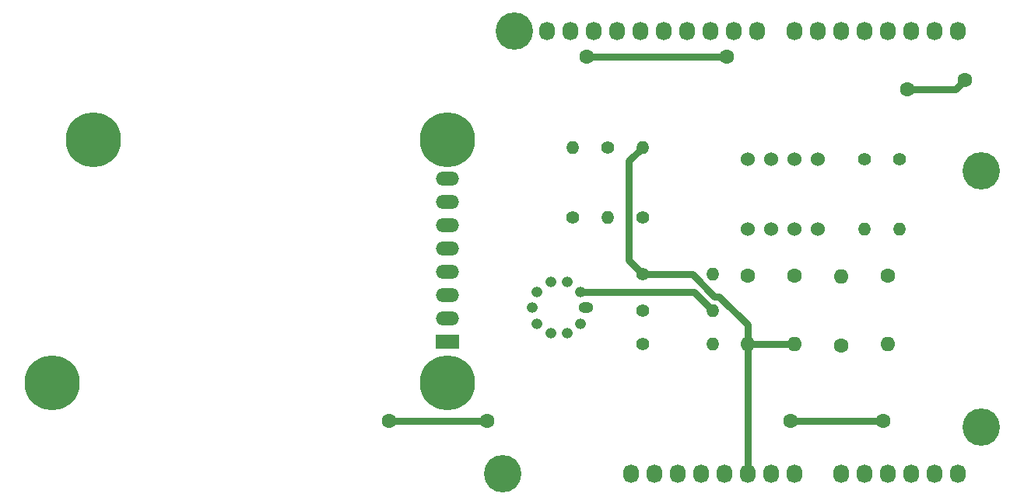
<source format=gbr>
%TF.GenerationSoftware,KiCad,Pcbnew,(5.0.2)-1*%
%TF.CreationDate,2021-01-25T23:17:42+01:00*%
%TF.ProjectId,GasSensor,47617353-656e-4736-9f72-2e6b69636164,rev?*%
%TF.SameCoordinates,Original*%
%TF.FileFunction,Copper,L1,Top*%
%TF.FilePolarity,Positive*%
%FSLAX46Y46*%
G04 Gerber Fmt 4.6, Leading zero omitted, Abs format (unit mm)*
G04 Created by KiCad (PCBNEW (5.0.2)-1) date 25/01/2021 23:17:42*
%MOMM*%
%LPD*%
G01*
G04 APERTURE LIST*
%TA.AperFunction,ComponentPad*%
%ADD10O,1.400000X1.400000*%
%TD*%
%TA.AperFunction,ComponentPad*%
%ADD11C,1.400000*%
%TD*%
%TA.AperFunction,ComponentPad*%
%ADD12O,1.600000X1.600000*%
%TD*%
%TA.AperFunction,ComponentPad*%
%ADD13C,1.600000*%
%TD*%
%TA.AperFunction,WasherPad*%
%ADD14C,6.000000*%
%TD*%
%TA.AperFunction,ComponentPad*%
%ADD15O,2.524000X1.524000*%
%TD*%
%TA.AperFunction,ComponentPad*%
%ADD16R,2.524000X1.524000*%
%TD*%
%TA.AperFunction,ComponentPad*%
%ADD17C,1.524000*%
%TD*%
%TA.AperFunction,ComponentPad*%
%ADD18O,1.600000X1.200000*%
%TD*%
%TA.AperFunction,ComponentPad*%
%ADD19O,1.200000X1.200000*%
%TD*%
%TA.AperFunction,ComponentPad*%
%ADD20O,1.727200X2.032000*%
%TD*%
%TA.AperFunction,ComponentPad*%
%ADD21C,4.064000*%
%TD*%
%TA.AperFunction,ViaPad*%
%ADD22C,1.600000*%
%TD*%
%TA.AperFunction,Conductor*%
%ADD23C,0.800000*%
%TD*%
G04 APERTURE END LIST*
D10*
%TO.P,R9,2*%
%TO.N,Net-(GasSensor1-Pad3)*%
X147828000Y-102108000D03*
D11*
%TO.P,R9,1*%
%TO.N,GND*%
X140208000Y-102108000D03*
%TD*%
D10*
%TO.P,R8,2*%
%TO.N,/Vin*%
X147828000Y-106045000D03*
D11*
%TO.P,R8,1*%
%TO.N,Net-(GasSensor1-Pad3)*%
X140208000Y-106045000D03*
%TD*%
D10*
%TO.P,R7,2*%
%TO.N,+5V*%
X147828000Y-109728000D03*
D11*
%TO.P,R7,1*%
%TO.N,Net-(GasSensor1-Pad1)*%
X140208000Y-109728000D03*
%TD*%
D12*
%TO.P,C1,2*%
%TO.N,GND*%
X151638000Y-109735000D03*
D13*
%TO.P,C1,1*%
%TO.N,Net-(C1-Pad1)*%
X151638000Y-102235000D03*
%TD*%
D12*
%TO.P,C3,2*%
%TO.N,GND*%
X156718000Y-109735000D03*
D13*
%TO.P,C3,1*%
%TO.N,+5V*%
X156718000Y-102235000D03*
%TD*%
D12*
%TO.P,C4,2*%
%TO.N,Net-(C4-Pad2)*%
X166878000Y-109735000D03*
D13*
%TO.P,C4,1*%
%TO.N,Net-(C4-Pad1)*%
X166878000Y-102235000D03*
%TD*%
D12*
%TO.P,C2,2*%
%TO.N,GND*%
X161798000Y-102355000D03*
D13*
%TO.P,C2,1*%
%TO.N,A0*%
X161798000Y-109855000D03*
%TD*%
D14*
%TO.P,U2,*%
%TO.N,*%
X80428000Y-87475000D03*
X75928000Y-113975000D03*
X118928000Y-87475000D03*
X118928000Y-113975000D03*
D15*
%TO.P,U2,8*%
%TO.N,GND*%
X118928000Y-91695000D03*
%TO.P,U2,7*%
%TO.N,Net-(U2-Pad7)*%
X118928000Y-94235000D03*
%TO.P,U2,6*%
%TO.N,+3V3*%
X118928000Y-96775000D03*
%TO.P,U2,5*%
%TO.N,RST*%
X118928000Y-99315000D03*
%TO.P,U2,4*%
%TO.N,Net-(U2-Pad4)*%
X118928000Y-101855000D03*
%TO.P,U2,3*%
%TO.N,Net-(U2-Pad3)*%
X118928000Y-104395000D03*
%TO.P,U2,2*%
%TO.N,RX*%
X118928000Y-106935000D03*
D16*
%TO.P,U2,1*%
%TO.N,TX*%
X118928000Y-109475000D03*
%TD*%
D17*
%TO.P,U1,8*%
%TO.N,Net-(U1-Pad8)*%
X159258000Y-97155000D03*
%TO.P,U1,7*%
%TO.N,+5V*%
X156718000Y-97155000D03*
%TO.P,U1,6*%
%TO.N,Net-(C4-Pad2)*%
X154178000Y-97155000D03*
%TO.P,U1,5*%
%TO.N,Net-(U1-Pad5)*%
X151638000Y-97155000D03*
%TO.P,U1,4*%
%TO.N,GND*%
X151638000Y-89535000D03*
%TO.P,U1,3*%
%TO.N,Net-(C1-Pad1)*%
X154178000Y-89535000D03*
%TO.P,U1,2*%
%TO.N,Net-(C4-Pad1)*%
X156718000Y-89535000D03*
%TO.P,U1,1*%
%TO.N,Net-(U1-Pad1)*%
X159258000Y-89535000D03*
%TD*%
D10*
%TO.P,R6,2*%
%TO.N,A0*%
X164338000Y-97155000D03*
D11*
%TO.P,R6,1*%
%TO.N,Net-(C4-Pad2)*%
X164338000Y-89535000D03*
%TD*%
D10*
%TO.P,R5,2*%
%TO.N,Net-(C1-Pad1)*%
X132588000Y-88265000D03*
D11*
%TO.P,R5,1*%
%TO.N,Isensor*%
X132588000Y-95885000D03*
%TD*%
D10*
%TO.P,R3,2*%
%TO.N,Net-(C4-Pad2)*%
X168148000Y-97155000D03*
D11*
%TO.P,R3,1*%
%TO.N,Net-(C4-Pad1)*%
X168148000Y-89535000D03*
%TD*%
D10*
%TO.P,R2,2*%
%TO.N,GND*%
X140208000Y-88265000D03*
D11*
%TO.P,R2,1*%
%TO.N,Net-(C1-Pad1)*%
X140208000Y-95885000D03*
%TD*%
D10*
%TO.P,R1,2*%
%TO.N,GND*%
X136398000Y-95885000D03*
D11*
%TO.P,R1,1*%
%TO.N,Net-(C1-Pad1)*%
X136398000Y-88265000D03*
%TD*%
D18*
%TO.P,GasSensor1,1*%
%TO.N,Net-(GasSensor1-Pad1)*%
X133998000Y-105765000D03*
D19*
%TO.P,GasSensor1,2*%
%TO.N,/Vin*%
X133440330Y-104048667D03*
%TO.P,GasSensor1,3*%
%TO.N,Net-(GasSensor1-Pad3)*%
X131980330Y-102987915D03*
%TO.P,GasSensor1,4*%
%TO.N,Isensor*%
X130175670Y-102987915D03*
%TO.P,GasSensor1,5*%
%TO.N,GND*%
X128715670Y-104048667D03*
%TO.P,GasSensor1,6*%
X128158000Y-105765000D03*
%TO.P,GasSensor1,7*%
%TO.N,Net-(GasSensor1-Pad7)*%
X128715670Y-107481333D03*
%TO.P,GasSensor1,8*%
%TO.N,GND*%
X130175670Y-108542085D03*
%TO.P,GasSensor1,9*%
%TO.N,Net-(GasSensor1-Pad9)*%
X131980330Y-108542085D03*
%TO.P,GasSensor1,10*%
%TO.N,GND*%
X133440330Y-107481333D03*
%TD*%
D20*
%TO.P,P1,1*%
%TO.N,Net-(P1-Pad1)*%
X138938000Y-123825000D03*
%TO.P,P1,2*%
%TO.N,/IOREF*%
X141478000Y-123825000D03*
%TO.P,P1,3*%
%TO.N,/Reset*%
X144018000Y-123825000D03*
%TO.P,P1,4*%
%TO.N,+3V3*%
X146558000Y-123825000D03*
%TO.P,P1,5*%
%TO.N,+5V*%
X149098000Y-123825000D03*
%TO.P,P1,6*%
%TO.N,GND*%
X151638000Y-123825000D03*
%TO.P,P1,7*%
X154178000Y-123825000D03*
%TO.P,P1,8*%
%TO.N,/Vin*%
X156718000Y-123825000D03*
%TD*%
%TO.P,P2,1*%
%TO.N,A0*%
X161798000Y-123825000D03*
%TO.P,P2,2*%
%TO.N,/A1*%
X164338000Y-123825000D03*
%TO.P,P2,3*%
%TO.N,/A2*%
X166878000Y-123825000D03*
%TO.P,P2,4*%
%TO.N,/A3*%
X169418000Y-123825000D03*
%TO.P,P2,5*%
%TO.N,/A4(SDA)*%
X171958000Y-123825000D03*
%TO.P,P2,6*%
%TO.N,/A5(SCL)*%
X174498000Y-123825000D03*
%TD*%
%TO.P,P3,1*%
%TO.N,/A5(SCL)*%
X129794000Y-75565000D03*
%TO.P,P3,2*%
%TO.N,/A4(SDA)*%
X132334000Y-75565000D03*
%TO.P,P3,3*%
%TO.N,/AREF*%
X134874000Y-75565000D03*
%TO.P,P3,4*%
%TO.N,GND*%
X137414000Y-75565000D03*
%TO.P,P3,5*%
%TO.N,/13(SCK)*%
X139954000Y-75565000D03*
%TO.P,P3,6*%
%TO.N,RST*%
X142494000Y-75565000D03*
%TO.P,P3,7*%
%TO.N,RX*%
X145034000Y-75565000D03*
%TO.P,P3,8*%
%TO.N,TX*%
X147574000Y-75565000D03*
%TO.P,P3,9*%
%TO.N,/9(\002A\002A)*%
X150114000Y-75565000D03*
%TO.P,P3,10*%
%TO.N,/8*%
X152654000Y-75565000D03*
%TD*%
%TO.P,P4,1*%
%TO.N,/7*%
X156718000Y-75565000D03*
%TO.P,P4,2*%
%TO.N,/6(\002A\002A)*%
X159258000Y-75565000D03*
%TO.P,P4,3*%
%TO.N,/5(\002A\002A)*%
X161798000Y-75565000D03*
%TO.P,P4,4*%
%TO.N,/4*%
X164338000Y-75565000D03*
%TO.P,P4,5*%
%TO.N,/3(\002A\002A)*%
X166878000Y-75565000D03*
%TO.P,P4,6*%
%TO.N,/2*%
X169418000Y-75565000D03*
%TO.P,P4,7*%
%TO.N,/1(Tx)*%
X171958000Y-75565000D03*
%TO.P,P4,8*%
%TO.N,/0(Rx)*%
X174498000Y-75565000D03*
%TD*%
D21*
%TO.P,P5,1*%
%TO.N,Net-(P5-Pad1)*%
X124968000Y-123825000D03*
%TD*%
%TO.P,P6,1*%
%TO.N,Net-(P6-Pad1)*%
X177038000Y-118745000D03*
%TD*%
%TO.P,P7,1*%
%TO.N,Net-(P7-Pad1)*%
X126238000Y-75565000D03*
%TD*%
%TO.P,P8,1*%
%TO.N,Net-(P8-Pad1)*%
X177038000Y-90805000D03*
%TD*%
D22*
%TO.N,GND*%
X169037000Y-81915000D03*
X175260000Y-80899000D03*
%TO.N,/A4(SDA)*%
X149352000Y-78359000D03*
X134112000Y-78359000D03*
%TO.N,/A5(SCL)*%
X156298000Y-118065000D03*
X166370000Y-118110000D03*
X112649000Y-118110000D03*
X123235000Y-118065000D03*
%TD*%
D23*
%TO.N,GND*%
X151638000Y-109735000D02*
X156718000Y-109735000D01*
X151638000Y-109735000D02*
X151638000Y-123825000D01*
X138707999Y-89765001D02*
X138707999Y-100607999D01*
X138707999Y-100607999D02*
X140208000Y-102108000D01*
X140208000Y-88265000D02*
X138707999Y-89765001D01*
X151638000Y-107634998D02*
X151638000Y-109735000D01*
X148025069Y-104544999D02*
X148548001Y-104544999D01*
X145588070Y-102108000D02*
X148025069Y-104544999D01*
X148548001Y-104544999D02*
X151638000Y-107634998D01*
X140208000Y-102108000D02*
X145588070Y-102108000D01*
X174244000Y-81915000D02*
X175260000Y-80899000D01*
X169037000Y-81915000D02*
X174244000Y-81915000D01*
%TO.N,/Vin*%
X145831667Y-104048667D02*
X147828000Y-106045000D01*
X133440330Y-104048667D02*
X145831667Y-104048667D01*
%TO.N,/A4(SDA)*%
X134112000Y-78359000D02*
X149352000Y-78359000D01*
%TO.N,/A5(SCL)*%
X166325000Y-118065000D02*
X166370000Y-118110000D01*
X156298000Y-118065000D02*
X166325000Y-118065000D01*
X123190000Y-118110000D02*
X123235000Y-118065000D01*
X112649000Y-118110000D02*
X123190000Y-118110000D01*
%TD*%
M02*

</source>
